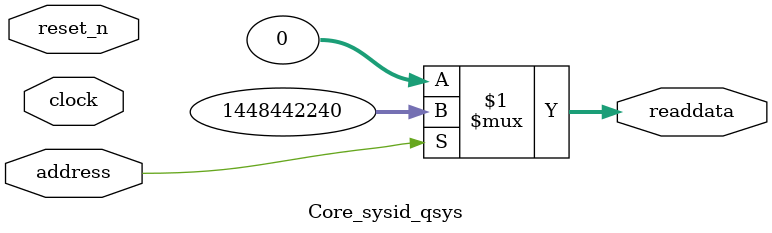
<source format=v>



// synthesis translate_off
`timescale 1ns / 1ps
// synthesis translate_on

// turn off superfluous verilog processor warnings 
// altera message_level Level1 
// altera message_off 10034 10035 10036 10037 10230 10240 10030 

module Core_sysid_qsys (
               // inputs:
                address,
                clock,
                reset_n,

               // outputs:
                readdata
             )
;

  output  [ 31: 0] readdata;
  input            address;
  input            clock;
  input            reset_n;

  wire    [ 31: 0] readdata;
  //control_slave, which is an e_avalon_slave
  assign readdata = address ? 1448442240 : 0;

endmodule




</source>
